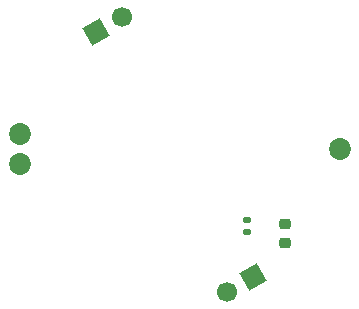
<source format=gbs>
G04 #@! TF.GenerationSoftware,KiCad,Pcbnew,7.0.5-0*
G04 #@! TF.CreationDate,2023-10-10T23:47:46-04:00*
G04 #@! TF.ProjectId,batterymodule,62617474-6572-4796-9d6f-64756c652e6b,rev?*
G04 #@! TF.SameCoordinates,Original*
G04 #@! TF.FileFunction,Soldermask,Bot*
G04 #@! TF.FilePolarity,Negative*
%FSLAX46Y46*%
G04 Gerber Fmt 4.6, Leading zero omitted, Abs format (unit mm)*
G04 Created by KiCad (PCBNEW 7.0.5-0) date 2023-10-10 23:47:46*
%MOMM*%
%LPD*%
G01*
G04 APERTURE LIST*
G04 Aperture macros list*
%AMRoundRect*
0 Rectangle with rounded corners*
0 $1 Rounding radius*
0 $2 $3 $4 $5 $6 $7 $8 $9 X,Y pos of 4 corners*
0 Add a 4 corners polygon primitive as box body*
4,1,4,$2,$3,$4,$5,$6,$7,$8,$9,$2,$3,0*
0 Add four circle primitives for the rounded corners*
1,1,$1+$1,$2,$3*
1,1,$1+$1,$4,$5*
1,1,$1+$1,$6,$7*
1,1,$1+$1,$8,$9*
0 Add four rect primitives between the rounded corners*
20,1,$1+$1,$2,$3,$4,$5,0*
20,1,$1+$1,$4,$5,$6,$7,0*
20,1,$1+$1,$6,$7,$8,$9,0*
20,1,$1+$1,$8,$9,$2,$3,0*%
%AMHorizOval*
0 Thick line with rounded ends*
0 $1 width*
0 $2 $3 position (X,Y) of the first rounded end (center of the circle)*
0 $4 $5 position (X,Y) of the second rounded end (center of the circle)*
0 Add line between two ends*
20,1,$1,$2,$3,$4,$5,0*
0 Add two circle primitives to create the rounded ends*
1,1,$1,$2,$3*
1,1,$1,$4,$5*%
%AMRotRect*
0 Rectangle, with rotation*
0 The origin of the aperture is its center*
0 $1 length*
0 $2 width*
0 $3 Rotation angle, in degrees counterclockwise*
0 Add horizontal line*
21,1,$1,$2,0,0,$3*%
G04 Aperture macros list end*
%ADD10RoundRect,0.140000X0.170000X-0.140000X0.170000X0.140000X-0.170000X0.140000X-0.170000X-0.140000X0*%
%ADD11RoundRect,0.225000X0.250000X-0.225000X0.250000X0.225000X-0.250000X0.225000X-0.250000X-0.225000X0*%
%ADD12C,1.854000*%
%ADD13RotRect,1.700000X1.700000X120.000000*%
%ADD14HorizOval,1.700000X0.000000X0.000000X0.000000X0.000000X0*%
%ADD15RotRect,1.700000X1.700000X300.000000*%
%ADD16HorizOval,1.700000X0.000000X0.000000X0.000000X0.000000X0*%
G04 APERTURE END LIST*
D10*
X151765000Y-133985000D03*
X151765000Y-133025000D03*
D11*
X154940000Y-134920000D03*
X154940000Y-133370000D03*
D12*
X132500000Y-125750000D03*
X132500000Y-128250000D03*
X159600000Y-127000000D03*
D13*
X138972122Y-117103026D03*
D14*
X141171826Y-115833026D03*
D15*
X152229852Y-137795000D03*
D16*
X150030148Y-139065000D03*
M02*

</source>
